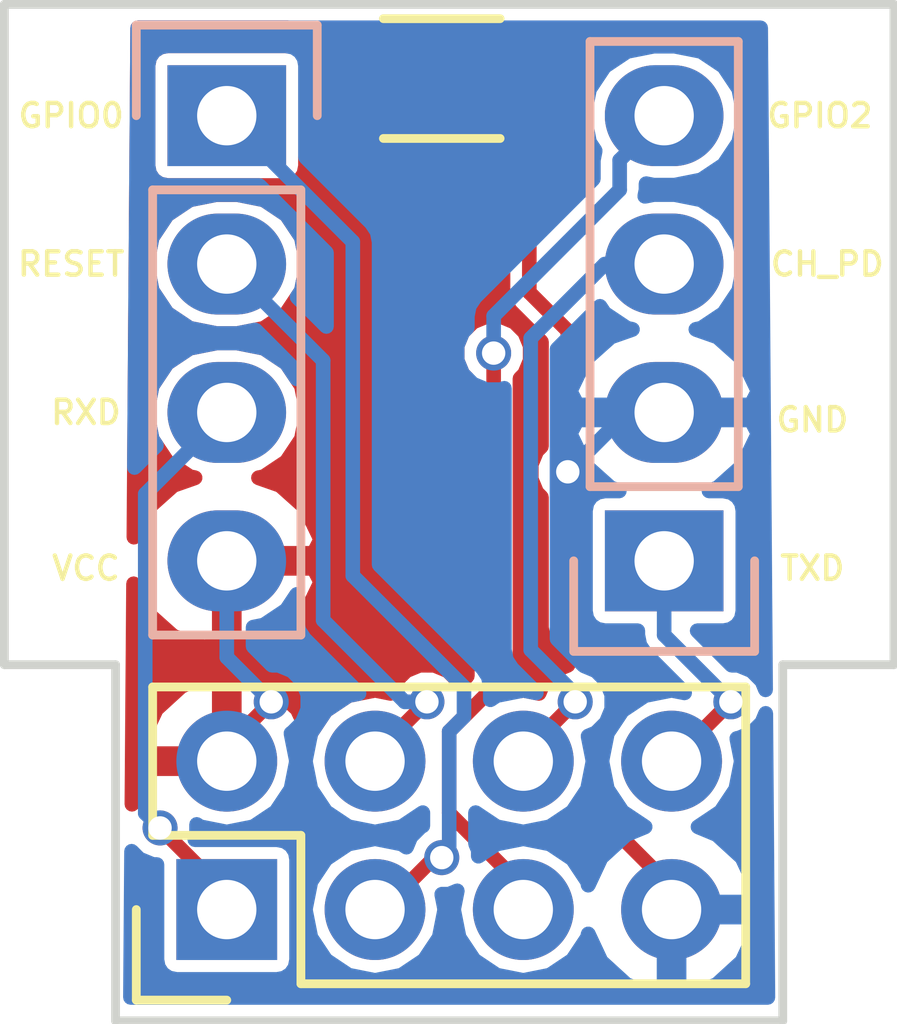
<source format=kicad_pcb>
(kicad_pcb (version 4) (host pcbnew 4.0.2-stable)

  (general
    (links 10)
    (no_connects 0)
    (area 129.464999 105.207999 144.855001 122.757001)
    (thickness 1.6)
    (drawings 17)
    (tracks 78)
    (zones 0)
    (modules 4)
    (nets 9)
  )

  (page A4)
  (layers
    (0 F.Cu signal)
    (31 B.Cu signal)
    (32 B.Adhes user)
    (33 F.Adhes user)
    (34 B.Paste user)
    (35 F.Paste user)
    (36 B.SilkS user)
    (37 F.SilkS user)
    (38 B.Mask user)
    (39 F.Mask user)
    (40 Dwgs.User user)
    (41 Cmts.User user)
    (42 Eco1.User user)
    (43 Eco2.User user)
    (44 Edge.Cuts user)
    (45 Margin user)
    (46 B.CrtYd user)
    (47 F.CrtYd user)
    (48 B.Fab user)
    (49 F.Fab user)
  )

  (setup
    (last_trace_width 0.25)
    (trace_clearance 0.2)
    (zone_clearance 0.2)
    (zone_45_only no)
    (trace_min 0.2)
    (segment_width 0.2)
    (edge_width 0.15)
    (via_size 0.6)
    (via_drill 0.4)
    (via_min_size 0.4)
    (via_min_drill 0.3)
    (uvia_size 0.3)
    (uvia_drill 0.1)
    (uvias_allowed no)
    (uvia_min_size 0.2)
    (uvia_min_drill 0.1)
    (pcb_text_width 0.3)
    (pcb_text_size 1.5 1.5)
    (mod_edge_width 0.15)
    (mod_text_size 1 1)
    (mod_text_width 0.15)
    (pad_size 1.524 1.524)
    (pad_drill 0.762)
    (pad_to_mask_clearance 0.2)
    (aux_axis_origin 0 0)
    (visible_elements 7FFFFFFF)
    (pcbplotparams
      (layerselection 0x00030_80000001)
      (usegerberextensions false)
      (excludeedgelayer true)
      (linewidth 0.100000)
      (plotframeref false)
      (viasonmask false)
      (mode 1)
      (useauxorigin false)
      (hpglpennumber 1)
      (hpglpenspeed 20)
      (hpglpendiameter 15)
      (hpglpenoverlay 2)
      (psnegative false)
      (psa4output false)
      (plotreference true)
      (plotvalue true)
      (plotinvisibletext false)
      (padsonsilk false)
      (subtractmaskfromsilk false)
      (outputformat 1)
      (mirror false)
      (drillshape 1)
      (scaleselection 1)
      (outputdirectory ""))
  )

  (net 0 "")
  (net 1 RXD)
  (net 2 VCC)
  (net 3 GPIO0)
  (net 4 RESET)
  (net 5 GPIO2)
  (net 6 CH_PD)
  (net 7 GND)
  (net 8 TXD)

  (net_class Default "This is the default net class."
    (clearance 0.2)
    (trace_width 0.25)
    (via_dia 0.6)
    (via_drill 0.4)
    (uvia_dia 0.3)
    (uvia_drill 0.1)
    (add_net CH_PD)
    (add_net GND)
    (add_net GPIO0)
    (add_net GPIO2)
    (add_net RESET)
    (add_net RXD)
    (add_net TXD)
    (add_net VCC)
  )

  (module Pin_Headers:Pin_Header_Straight_2x04 (layer F.Cu) (tedit 58614667) (tstamp 585F8BE8)
    (at 133.35 120.777 90)
    (descr "Through hole pin header")
    (tags "pin header")
    (path /585E6580)
    (fp_text reference P1 (at -5.334 -2.032 180) (layer F.SilkS) hide
      (effects (font (size 1 1) (thickness 0.15)))
    )
    (fp_text value CONN_02X04 (at -3.81 1.905 180) (layer F.Fab) hide
      (effects (font (size 1 1) (thickness 0.15)))
    )
    (fp_line (start -1.75 -1.75) (end -1.75 9.4) (layer F.CrtYd) (width 0.05))
    (fp_line (start 4.3 -1.75) (end 4.3 9.4) (layer F.CrtYd) (width 0.05))
    (fp_line (start -1.75 -1.75) (end 4.3 -1.75) (layer F.CrtYd) (width 0.05))
    (fp_line (start -1.75 9.4) (end 4.3 9.4) (layer F.CrtYd) (width 0.05))
    (fp_line (start -1.27 1.27) (end -1.27 8.89) (layer F.SilkS) (width 0.15))
    (fp_line (start -1.27 8.89) (end 3.81 8.89) (layer F.SilkS) (width 0.15))
    (fp_line (start 3.81 8.89) (end 3.81 -1.27) (layer F.SilkS) (width 0.15))
    (fp_line (start 3.81 -1.27) (end 1.27 -1.27) (layer F.SilkS) (width 0.15))
    (fp_line (start 0 -1.55) (end -1.55 -1.55) (layer F.SilkS) (width 0.15))
    (fp_line (start 1.27 -1.27) (end 1.27 1.27) (layer F.SilkS) (width 0.15))
    (fp_line (start 1.27 1.27) (end -1.27 1.27) (layer F.SilkS) (width 0.15))
    (fp_line (start -1.55 -1.55) (end -1.55 0) (layer F.SilkS) (width 0.15))
    (pad 1 thru_hole rect (at 0 0 90) (size 1.7272 1.7272) (drill 1.016) (layers *.Cu *.Mask)
      (net 1 RXD))
    (pad 2 thru_hole oval (at 2.54 0 90) (size 1.7272 1.7272) (drill 1.016) (layers *.Cu *.Mask)
      (net 2 VCC))
    (pad 3 thru_hole oval (at 0 2.54 90) (size 1.7272 1.7272) (drill 1.016) (layers *.Cu *.Mask)
      (net 3 GPIO0))
    (pad 4 thru_hole oval (at 2.54 2.54 90) (size 1.7272 1.7272) (drill 1.016) (layers *.Cu *.Mask)
      (net 4 RESET))
    (pad 5 thru_hole oval (at 0 5.08 90) (size 1.7272 1.7272) (drill 1.016) (layers *.Cu *.Mask)
      (net 5 GPIO2))
    (pad 6 thru_hole oval (at 2.54 5.08 90) (size 1.7272 1.7272) (drill 1.016) (layers *.Cu *.Mask)
      (net 6 CH_PD))
    (pad 7 thru_hole oval (at 0 7.62 90) (size 1.7272 1.7272) (drill 1.016) (layers *.Cu *.Mask)
      (net 7 GND))
    (pad 8 thru_hole oval (at 2.54 7.62 90) (size 1.7272 1.7272) (drill 1.016) (layers *.Cu *.Mask)
      (net 8 TXD))
    (model Pin_Headers.3dshapes/Pin_Header_Straight_2x04.wrl
      (at (xyz 0.05 -0.15 0))
      (scale (xyz 1 1 1))
      (rotate (xyz 0 0 90))
    )
  )

  (module Pin_Headers:Pin_Header_Straight_1x04 (layer B.Cu) (tedit 58614509) (tstamp 585F8BF0)
    (at 133.35 107.188 180)
    (descr "Through hole pin header")
    (tags "pin header")
    (path /585F9D14)
    (fp_text reference P2 (at 7.112 0.254 270) (layer B.SilkS) hide
      (effects (font (size 1 1) (thickness 0.15)) (justify mirror))
    )
    (fp_text value CONN_01X04 (at 5.715 -3.556 270) (layer B.Fab) hide
      (effects (font (size 1 1) (thickness 0.15)) (justify mirror))
    )
    (fp_line (start -1.75 1.75) (end -1.75 -9.4) (layer B.CrtYd) (width 0.05))
    (fp_line (start 1.75 1.75) (end 1.75 -9.4) (layer B.CrtYd) (width 0.05))
    (fp_line (start -1.75 1.75) (end 1.75 1.75) (layer B.CrtYd) (width 0.05))
    (fp_line (start -1.75 -9.4) (end 1.75 -9.4) (layer B.CrtYd) (width 0.05))
    (fp_line (start -1.27 -1.27) (end -1.27 -8.89) (layer B.SilkS) (width 0.15))
    (fp_line (start 1.27 -1.27) (end 1.27 -8.89) (layer B.SilkS) (width 0.15))
    (fp_line (start 1.55 1.55) (end 1.55 0) (layer B.SilkS) (width 0.15))
    (fp_line (start -1.27 -8.89) (end 1.27 -8.89) (layer B.SilkS) (width 0.15))
    (fp_line (start 1.27 -1.27) (end -1.27 -1.27) (layer B.SilkS) (width 0.15))
    (fp_line (start -1.55 0) (end -1.55 1.55) (layer B.SilkS) (width 0.15))
    (fp_line (start -1.55 1.55) (end 1.55 1.55) (layer B.SilkS) (width 0.15))
    (pad 1 thru_hole rect (at 0 0 180) (size 2.032 1.7272) (drill 1.016) (layers *.Cu *.Mask)
      (net 3 GPIO0))
    (pad 2 thru_hole oval (at 0 -2.54 180) (size 2.032 1.7272) (drill 1.016) (layers *.Cu *.Mask)
      (net 4 RESET))
    (pad 3 thru_hole oval (at 0 -5.08 180) (size 2.032 1.7272) (drill 1.016) (layers *.Cu *.Mask)
      (net 1 RXD))
    (pad 4 thru_hole oval (at 0 -7.62 180) (size 2.032 1.7272) (drill 1.016) (layers *.Cu *.Mask)
      (net 2 VCC))
    (model Pin_Headers.3dshapes/Pin_Header_Straight_1x04.wrl
      (at (xyz 0 -0.15 0))
      (scale (xyz 1 1 1))
      (rotate (xyz 0 0 90))
    )
  )

  (module Pin_Headers:Pin_Header_Straight_1x04 (layer B.Cu) (tedit 58614510) (tstamp 585F8BF8)
    (at 140.843 114.808)
    (descr "Through hole pin header")
    (tags "pin header")
    (path /585F9D0E)
    (fp_text reference P3 (at 8.001 -7.112 90) (layer B.SilkS) hide
      (effects (font (size 1 1) (thickness 0.15)) (justify mirror))
    )
    (fp_text value CONN_01X04 (at 6.35 -3.175 90) (layer B.Fab) hide
      (effects (font (size 1 1) (thickness 0.15)) (justify mirror))
    )
    (fp_line (start -1.75 1.75) (end -1.75 -9.4) (layer B.CrtYd) (width 0.05))
    (fp_line (start 1.75 1.75) (end 1.75 -9.4) (layer B.CrtYd) (width 0.05))
    (fp_line (start -1.75 1.75) (end 1.75 1.75) (layer B.CrtYd) (width 0.05))
    (fp_line (start -1.75 -9.4) (end 1.75 -9.4) (layer B.CrtYd) (width 0.05))
    (fp_line (start -1.27 -1.27) (end -1.27 -8.89) (layer B.SilkS) (width 0.15))
    (fp_line (start 1.27 -1.27) (end 1.27 -8.89) (layer B.SilkS) (width 0.15))
    (fp_line (start 1.55 1.55) (end 1.55 0) (layer B.SilkS) (width 0.15))
    (fp_line (start -1.27 -8.89) (end 1.27 -8.89) (layer B.SilkS) (width 0.15))
    (fp_line (start 1.27 -1.27) (end -1.27 -1.27) (layer B.SilkS) (width 0.15))
    (fp_line (start -1.55 0) (end -1.55 1.55) (layer B.SilkS) (width 0.15))
    (fp_line (start -1.55 1.55) (end 1.55 1.55) (layer B.SilkS) (width 0.15))
    (pad 1 thru_hole rect (at 0 0) (size 2.032 1.7272) (drill 1.016) (layers *.Cu *.Mask)
      (net 8 TXD))
    (pad 2 thru_hole oval (at 0 -2.54) (size 2.032 1.7272) (drill 1.016) (layers *.Cu *.Mask)
      (net 7 GND))
    (pad 3 thru_hole oval (at 0 -5.08) (size 2.032 1.7272) (drill 1.016) (layers *.Cu *.Mask)
      (net 6 CH_PD))
    (pad 4 thru_hole oval (at 0 -7.62) (size 2.032 1.7272) (drill 1.016) (layers *.Cu *.Mask)
      (net 5 GPIO2))
    (model Pin_Headers.3dshapes/Pin_Header_Straight_1x04.wrl
      (at (xyz 0 -0.15 0))
      (scale (xyz 1 1 1))
      (rotate (xyz 0 0 90))
    )
  )

  (module Capacitors_SMD:C_1206 (layer F.Cu) (tedit 5861465F) (tstamp 585F9D0E)
    (at 137.033 106.553)
    (descr "Capacitor SMD 1206, reflow soldering, AVX (see smccp.pdf)")
    (tags "capacitor 1206")
    (path /585F8F92)
    (attr smd)
    (fp_text reference C1 (at -1.651 -3.937) (layer F.SilkS) hide
      (effects (font (size 1 1) (thickness 0.15)))
    )
    (fp_text value 100u (at -0.635 -2.794) (layer F.Fab) hide
      (effects (font (size 1 1) (thickness 0.15)))
    )
    (fp_line (start -1.6 0.8) (end -1.6 -0.8) (layer F.Fab) (width 0.15))
    (fp_line (start 1.6 0.8) (end -1.6 0.8) (layer F.Fab) (width 0.15))
    (fp_line (start 1.6 -0.8) (end 1.6 0.8) (layer F.Fab) (width 0.15))
    (fp_line (start -1.6 -0.8) (end 1.6 -0.8) (layer F.Fab) (width 0.15))
    (fp_line (start -2.3 -1.15) (end 2.3 -1.15) (layer F.CrtYd) (width 0.05))
    (fp_line (start -2.3 1.15) (end 2.3 1.15) (layer F.CrtYd) (width 0.05))
    (fp_line (start -2.3 -1.15) (end -2.3 1.15) (layer F.CrtYd) (width 0.05))
    (fp_line (start 2.3 -1.15) (end 2.3 1.15) (layer F.CrtYd) (width 0.05))
    (fp_line (start 1 -1.025) (end -1 -1.025) (layer F.SilkS) (width 0.15))
    (fp_line (start -1 1.025) (end 1 1.025) (layer F.SilkS) (width 0.15))
    (pad 1 smd rect (at -1.5 0) (size 1 1.6) (layers F.Cu F.Paste F.Mask)
      (net 2 VCC))
    (pad 2 smd rect (at 1.5 0) (size 1 1.6) (layers F.Cu F.Paste F.Mask)
      (net 7 GND))
    (model Capacitors_SMD.3dshapes/C_1206.wrl
      (at (xyz 0 0 0))
      (scale (xyz 1 1 1))
      (rotate (xyz 0 0 0))
    )
  )

  (gr_line (start 129.54 105.283) (end 131.572 105.283) (angle 90) (layer Edge.Cuts) (width 0.15))
  (gr_line (start 129.54 116.586) (end 129.54 105.283) (angle 90) (layer Edge.Cuts) (width 0.15))
  (gr_line (start 131.445 116.586) (end 129.54 116.586) (angle 90) (layer Edge.Cuts) (width 0.15))
  (gr_line (start 131.445 122.682) (end 131.445 116.586) (angle 90) (layer Edge.Cuts) (width 0.15))
  (gr_line (start 142.875 122.682) (end 131.445 122.682) (angle 90) (layer Edge.Cuts) (width 0.15))
  (gr_line (start 142.875 116.586) (end 142.875 122.682) (angle 90) (layer Edge.Cuts) (width 0.15))
  (gr_text RESET (at 130.683 109.728) (layer F.SilkS)
    (effects (font (size 0.4 0.4) (thickness 0.075)))
  )
  (gr_line (start 144.78 116.586) (end 142.875 116.586) (angle 90) (layer Edge.Cuts) (width 0.15))
  (gr_line (start 144.78 105.283) (end 144.78 116.586) (angle 90) (layer Edge.Cuts) (width 0.15))
  (gr_line (start 131.572 105.283) (end 144.78 105.283) (angle 90) (layer Edge.Cuts) (width 0.15))
  (gr_text "GPIO0\n" (at 130.683 107.188) (layer F.SilkS)
    (effects (font (size 0.4 0.4) (thickness 0.075)))
  )
  (gr_text "RXD\n" (at 130.937 112.268) (layer F.SilkS)
    (effects (font (size 0.4 0.4) (thickness 0.075)))
  )
  (gr_text "VCC\n" (at 130.937 114.935) (layer F.SilkS)
    (effects (font (size 0.4 0.4) (thickness 0.075)))
  )
  (gr_text TXD (at 143.383 114.935) (layer F.SilkS)
    (effects (font (size 0.4 0.4) (thickness 0.075)))
  )
  (gr_text GND (at 143.383 112.395) (layer F.SilkS)
    (effects (font (size 0.4 0.4) (thickness 0.075)))
  )
  (gr_text CH_PD (at 143.637 109.728) (layer F.SilkS)
    (effects (font (size 0.4 0.4) (thickness 0.075)))
  )
  (gr_text "GPIO2\n" (at 143.51 107.188) (layer F.SilkS)
    (effects (font (size 0.4 0.4) (thickness 0.075)))
  )

  (segment (start 133.35 120.777) (end 133.35 120.523) (width 0.25) (layer F.Cu) (net 1))
  (segment (start 133.35 120.523) (end 132.207 119.38) (width 0.25) (layer F.Cu) (net 1) (tstamp 58611FA2))
  (segment (start 131.953 113.665) (end 133.35 112.268) (width 0.25) (layer B.Cu) (net 1) (tstamp 58611FBA))
  (segment (start 131.953 119.126) (end 131.953 113.665) (width 0.25) (layer B.Cu) (net 1) (tstamp 58611FB5))
  (segment (start 132.207 119.38) (end 131.953 119.126) (width 0.25) (layer B.Cu) (net 1) (tstamp 58611FB4))
  (via (at 132.207 119.38) (size 0.6) (drill 0.4) (layers F.Cu B.Cu) (net 1))
  (segment (start 133.731 112.268) (end 133.35 112.268) (width 0.25) (layer F.Cu) (net 1) (tstamp 585F9E23))
  (segment (start 133.35 120.777) (end 133.35 120.396) (width 0.25) (layer F.Cu) (net 1))
  (segment (start 133.35 120.777) (end 133.35 120.269) (width 0.25) (layer F.Cu) (net 1))
  (segment (start 134.112 117.221) (end 136.144 115.189) (width 0.25) (layer F.Cu) (net 2))
  (segment (start 135.533 107.847) (end 135.533 106.553) (width 0.25) (layer F.Cu) (net 2) (tstamp 5861216D))
  (segment (start 136.144 108.458) (end 135.533 107.847) (width 0.25) (layer F.Cu) (net 2) (tstamp 5861216B))
  (segment (start 136.144 115.189) (end 136.144 108.458) (width 0.25) (layer F.Cu) (net 2) (tstamp 58612168))
  (segment (start 133.35 118.237) (end 133.35 117.983) (width 0.25) (layer F.Cu) (net 2))
  (segment (start 133.35 117.983) (end 134.112 117.221) (width 0.25) (layer F.Cu) (net 2) (tstamp 58611EDF))
  (via (at 134.112 117.221) (size 0.6) (drill 0.4) (layers F.Cu B.Cu) (net 2))
  (segment (start 134.112 117.221) (end 133.35 116.459) (width 0.25) (layer B.Cu) (net 2) (tstamp 58611EE6))
  (segment (start 133.35 116.459) (end 133.35 114.808) (width 0.25) (layer B.Cu) (net 2) (tstamp 58611EE7))
  (segment (start 135.89 120.777) (end 135.89 120.396) (width 0.25) (layer B.Cu) (net 3))
  (segment (start 135.89 120.777) (end 136.017 120.777) (width 0.25) (layer F.Cu) (net 3))
  (segment (start 136.017 120.777) (end 136.906 119.888) (width 0.25) (layer F.Cu) (net 3) (tstamp 58611FC9))
  (segment (start 135.509 109.347) (end 133.35 107.188) (width 0.25) (layer B.Cu) (net 3) (tstamp 58611FFC))
  (segment (start 135.509 115.062) (end 135.509 109.347) (width 0.25) (layer B.Cu) (net 3) (tstamp 58611FF6))
  (segment (start 137.414 116.967) (end 135.509 115.062) (width 0.25) (layer B.Cu) (net 3) (tstamp 58611FEE))
  (segment (start 137.414 117.475) (end 137.414 116.967) (width 0.25) (layer B.Cu) (net 3) (tstamp 58611FEA))
  (segment (start 137.16 117.729) (end 137.414 117.475) (width 0.25) (layer B.Cu) (net 3) (tstamp 58611FE9))
  (segment (start 137.16 119.761) (end 137.16 117.729) (width 0.25) (layer B.Cu) (net 3) (tstamp 58611FD0))
  (segment (start 137.033 119.888) (end 137.16 119.761) (width 0.25) (layer B.Cu) (net 3) (tstamp 58611FCF))
  (via (at 137.033 119.888) (size 0.6) (drill 0.4) (layers F.Cu B.Cu) (net 3))
  (segment (start 136.906 119.888) (end 137.033 119.888) (width 0.25) (layer F.Cu) (net 3) (tstamp 58611FCC))
  (segment (start 136.779 117.221) (end 136.398 117.221) (width 0.25) (layer B.Cu) (net 4))
  (via (at 136.779 117.221) (size 0.6) (drill 0.4) (layers F.Cu B.Cu) (net 4))
  (segment (start 135.89 118.11) (end 136.779 117.221) (width 0.25) (layer F.Cu) (net 4) (tstamp 58611EF3))
  (segment (start 135.001 111.379) (end 133.35 109.728) (width 0.25) (layer B.Cu) (net 4) (tstamp 58611F72))
  (segment (start 135.001 115.824) (end 135.001 111.379) (width 0.25) (layer B.Cu) (net 4) (tstamp 58611F6E))
  (segment (start 136.398 117.221) (end 135.001 115.824) (width 0.25) (layer B.Cu) (net 4) (tstamp 58611F69))
  (segment (start 135.89 118.237) (end 135.89 118.11) (width 0.25) (layer F.Cu) (net 4))
  (segment (start 133.35 109.855) (end 133.35 109.728) (width 0.25) (layer F.Cu) (net 4) (tstamp 58611AF6))
  (segment (start 135.89 118.237) (end 135.89 118.040998) (width 0.25) (layer F.Cu) (net 4))
  (segment (start 138.43 120.396) (end 137.16 119.126) (width 0.25) (layer F.Cu) (net 5) (tstamp 58612112))
  (segment (start 137.16 119.126) (end 137.16 117.729) (width 0.25) (layer F.Cu) (net 5) (tstamp 58612118))
  (segment (start 137.16 117.729) (end 137.922 116.967) (width 0.25) (layer F.Cu) (net 5) (tstamp 5861211C))
  (segment (start 137.922 116.967) (end 137.922 111.252) (width 0.25) (layer F.Cu) (net 5) (tstamp 58612122))
  (via (at 137.922 111.252) (size 0.6) (drill 0.4) (layers F.Cu B.Cu) (net 5))
  (segment (start 137.922 111.252) (end 137.922 110.617) (width 0.25) (layer B.Cu) (net 5) (tstamp 5861212C))
  (segment (start 137.922 110.617) (end 140.081 108.458) (width 0.25) (layer B.Cu) (net 5) (tstamp 5861212D))
  (segment (start 140.081 108.458) (end 140.081 107.95) (width 0.25) (layer B.Cu) (net 5) (tstamp 5861212E))
  (segment (start 140.081 107.95) (end 140.843 107.188) (width 0.25) (layer B.Cu) (net 5) (tstamp 58612139))
  (segment (start 138.43 120.777) (end 138.43 120.396) (width 0.25) (layer F.Cu) (net 5))
  (segment (start 138.43 120.777) (end 138.43 120.269) (width 0.25) (layer F.Cu) (net 5))
  (segment (start 139.319 117.221) (end 139.319 117.094) (width 0.25) (layer B.Cu) (net 6))
  (via (at 139.319 117.221) (size 0.6) (drill 0.4) (layers F.Cu B.Cu) (net 6))
  (segment (start 138.43 118.11) (end 139.319 117.221) (width 0.25) (layer F.Cu) (net 6) (tstamp 58611F08))
  (segment (start 138.557 110.998) (end 139.827 109.728) (width 0.25) (layer B.Cu) (net 6) (tstamp 58611F81))
  (segment (start 138.557 116.332) (end 138.557 110.998) (width 0.25) (layer B.Cu) (net 6) (tstamp 58611F7F))
  (segment (start 139.319 117.094) (end 138.557 116.332) (width 0.25) (layer B.Cu) (net 6) (tstamp 58611F79))
  (segment (start 139.827 109.728) (end 140.843 109.728) (width 0.25) (layer B.Cu) (net 6) (tstamp 58611F82))
  (segment (start 138.43 118.237) (end 138.43 118.11) (width 0.25) (layer F.Cu) (net 6))
  (segment (start 138.533 106.553) (end 138.533 110.212) (width 0.25) (layer F.Cu) (net 7))
  (segment (start 139.192 110.871) (end 139.192 113.284) (width 0.25) (layer F.Cu) (net 7) (tstamp 5861215E))
  (segment (start 138.533 110.212) (end 139.192 110.871) (width 0.25) (layer F.Cu) (net 7) (tstamp 58612158))
  (segment (start 140.97 120.777) (end 140.97 120.396) (width 0.25) (layer F.Cu) (net 7))
  (segment (start 140.97 120.396) (end 139.7 119.126) (width 0.25) (layer F.Cu) (net 7) (tstamp 58612048))
  (segment (start 139.7 119.126) (end 139.7 117.729) (width 0.25) (layer F.Cu) (net 7) (tstamp 58612057))
  (segment (start 139.7 117.729) (end 139.954 117.475) (width 0.25) (layer F.Cu) (net 7) (tstamp 5861205B))
  (segment (start 139.954 117.475) (end 139.954 116.713) (width 0.25) (layer F.Cu) (net 7) (tstamp 58612066))
  (segment (start 139.954 116.713) (end 139.192 115.951) (width 0.25) (layer F.Cu) (net 7) (tstamp 58612069))
  (segment (start 139.192 115.951) (end 139.192 113.284) (width 0.25) (layer F.Cu) (net 7) (tstamp 5861206B))
  (segment (start 139.192 113.284) (end 140.208 112.268) (width 0.25) (layer B.Cu) (net 7) (tstamp 58612074))
  (via (at 139.192 113.284) (size 0.6) (drill 0.4) (layers F.Cu B.Cu) (net 7))
  (segment (start 140.208 112.268) (end 140.843 112.268) (width 0.25) (layer B.Cu) (net 7) (tstamp 58612075))
  (segment (start 140.97 120.777) (end 140.97 120.65) (width 0.25) (layer F.Cu) (net 7))
  (segment (start 138.533 106.553) (end 138.533 107.339) (width 0.25) (layer F.Cu) (net 7))
  (segment (start 140.97 118.237) (end 141.986 117.221) (width 0.25) (layer F.Cu) (net 8))
  (segment (start 140.843 116.078) (end 140.843 114.808) (width 0.25) (layer B.Cu) (net 8) (tstamp 58611F90))
  (segment (start 141.986 117.221) (end 140.843 116.078) (width 0.25) (layer B.Cu) (net 8) (tstamp 58611F8F))
  (via (at 141.986 117.221) (size 0.6) (drill 0.4) (layers F.Cu B.Cu) (net 8))
  (segment (start 140.97 114.935) (end 140.843 114.808) (width 0.25) (layer F.Cu) (net 8) (tstamp 585F9D94))

  (zone (net 2) (net_name VCC) (layer F.Cu) (tstamp 5861455F) (hatch edge 0.508)
    (connect_pads (clearance 0.2))
    (min_thickness 0.254)
    (fill yes (arc_segments 16) (thermal_gap 0.508) (thermal_bridge_width 0.508))
    (polygon
      (pts
        (xy 131.699 105.537) (xy 142.621 105.537) (xy 142.748 122.555) (xy 131.572 122.555) (xy 131.699 105.537)
      )
    )
    (filled_polygon
      (pts
        (xy 134.398 105.997474) (xy 134.366 105.990994) (xy 132.334 105.990994) (xy 132.212821 106.013795) (xy 132.101526 106.085412)
        (xy 132.026862 106.194686) (xy 132.000594 106.3244) (xy 132.000594 108.0516) (xy 132.023395 108.172779) (xy 132.095012 108.284074)
        (xy 132.204286 108.358738) (xy 132.334 108.385006) (xy 134.366 108.385006) (xy 134.487179 108.362205) (xy 134.598474 108.290588)
        (xy 134.673138 108.181314) (xy 134.699406 108.0516) (xy 134.699406 107.90214) (xy 134.906691 107.988) (xy 135.24725 107.988)
        (xy 135.406 107.82925) (xy 135.406 106.68) (xy 135.66 106.68) (xy 135.66 107.82925) (xy 135.81875 107.988)
        (xy 136.159309 107.988) (xy 136.392698 107.891327) (xy 136.571327 107.712699) (xy 136.668 107.47931) (xy 136.668 106.83875)
        (xy 136.50925 106.68) (xy 135.66 106.68) (xy 135.406 106.68) (xy 135.386 106.68) (xy 135.386 106.426)
        (xy 135.406 106.426) (xy 135.406 106.406) (xy 135.66 106.406) (xy 135.66 106.426) (xy 136.50925 106.426)
        (xy 136.668 106.26725) (xy 136.668 105.685) (xy 137.713364 105.685) (xy 137.699594 105.753) (xy 137.699594 107.353)
        (xy 137.722395 107.474179) (xy 137.794012 107.585474) (xy 137.903286 107.660138) (xy 138.033 107.686406) (xy 138.081 107.686406)
        (xy 138.081 110.212) (xy 138.115406 110.384973) (xy 138.213388 110.531612) (xy 138.74 111.058224) (xy 138.74 112.849272)
        (xy 138.660765 112.928369) (xy 138.565109 113.158735) (xy 138.564891 113.408171) (xy 138.660145 113.638703) (xy 138.74 113.718698)
        (xy 138.74 115.951) (xy 138.774406 116.123973) (xy 138.872388 116.270612) (xy 139.195668 116.593892) (xy 139.194829 116.593891)
        (xy 138.964297 116.689145) (xy 138.787765 116.865369) (xy 138.699981 117.076777) (xy 138.43 117.023075) (xy 138.36008 117.036983)
        (xy 138.374 116.967) (xy 138.374 111.686728) (xy 138.453235 111.607631) (xy 138.548891 111.377265) (xy 138.549109 111.127829)
        (xy 138.453855 110.897297) (xy 138.277631 110.720765) (xy 138.047265 110.625109) (xy 137.797829 110.624891) (xy 137.567297 110.720145)
        (xy 137.390765 110.896369) (xy 137.295109 111.126735) (xy 137.294891 111.376171) (xy 137.390145 111.606703) (xy 137.47 111.686698)
        (xy 137.47 116.779776) (xy 137.332089 116.917687) (xy 137.310855 116.866297) (xy 137.134631 116.689765) (xy 136.904265 116.594109)
        (xy 136.654829 116.593891) (xy 136.424297 116.689145) (xy 136.247765 116.865369) (xy 136.159981 117.076777) (xy 135.89 117.023075)
        (xy 135.434377 117.113704) (xy 135.048119 117.371794) (xy 134.790029 117.758052) (xy 134.777734 117.819864) (xy 134.556821 117.34851)
        (xy 134.124947 116.954312) (xy 133.709026 116.782042) (xy 133.477 116.903183) (xy 133.477 118.11) (xy 133.497 118.11)
        (xy 133.497 118.364) (xy 133.477 118.364) (xy 133.477 118.384) (xy 133.223 118.384) (xy 133.223 118.364)
        (xy 132.015531 118.364) (xy 131.895032 118.596027) (xy 131.987091 118.792449) (xy 131.852297 118.848145) (xy 131.725723 118.974498)
        (xy 131.733905 117.877973) (xy 131.895032 117.877973) (xy 132.015531 118.11) (xy 133.223 118.11) (xy 133.223 116.903183)
        (xy 132.990974 116.782042) (xy 132.575053 116.954312) (xy 132.143179 117.34851) (xy 131.895032 117.877973) (xy 131.733905 117.877973)
        (xy 131.753886 115.200635) (xy 131.999268 115.710036) (xy 132.43568 116.099954) (xy 132.988087 116.293184) (xy 133.223 116.148924)
        (xy 133.223 114.935) (xy 133.477 114.935) (xy 133.477 116.148924) (xy 133.711913 116.293184) (xy 134.26432 116.099954)
        (xy 134.700732 115.710036) (xy 134.954709 115.182791) (xy 134.957358 115.167026) (xy 134.836217 114.935) (xy 133.477 114.935)
        (xy 133.223 114.935) (xy 133.203 114.935) (xy 133.203 114.681) (xy 133.223 114.681) (xy 133.223 114.661)
        (xy 133.477 114.661) (xy 133.477 114.681) (xy 134.836217 114.681) (xy 134.957358 114.448974) (xy 134.954709 114.433209)
        (xy 134.700732 113.905964) (xy 134.26432 113.516046) (xy 133.892961 113.386146) (xy 133.984334 113.367971) (xy 134.370592 113.109881)
        (xy 134.628682 112.723623) (xy 134.719311 112.268) (xy 134.628682 111.812377) (xy 134.370592 111.426119) (xy 133.984334 111.168029)
        (xy 133.528711 111.0774) (xy 133.171289 111.0774) (xy 132.715666 111.168029) (xy 132.329408 111.426119) (xy 132.071318 111.812377)
        (xy 131.980689 112.268) (xy 132.071318 112.723623) (xy 132.329408 113.109881) (xy 132.715666 113.367971) (xy 132.807039 113.386146)
        (xy 132.43568 113.516046) (xy 131.999268 113.905964) (xy 131.759839 114.403008) (xy 131.794726 109.728) (xy 131.980689 109.728)
        (xy 132.071318 110.183623) (xy 132.329408 110.569881) (xy 132.715666 110.827971) (xy 133.171289 110.9186) (xy 133.528711 110.9186)
        (xy 133.984334 110.827971) (xy 134.370592 110.569881) (xy 134.628682 110.183623) (xy 134.719311 109.728) (xy 134.628682 109.272377)
        (xy 134.370592 108.886119) (xy 133.984334 108.628029) (xy 133.528711 108.5374) (xy 133.171289 108.5374) (xy 132.715666 108.628029)
        (xy 132.329408 108.886119) (xy 132.071318 109.272377) (xy 131.980689 109.728) (xy 131.794726 109.728) (xy 131.824898 105.685)
        (xy 134.398 105.685)
      )
    )
  )
  (zone (net 7) (net_name GND) (layer B.Cu) (tstamp 586145B2) (hatch edge 0.508)
    (connect_pads (clearance 0.2))
    (min_thickness 0.254)
    (fill yes (arc_segments 16) (thermal_gap 0.508) (thermal_bridge_width 0.508))
    (polygon
      (pts
        (xy 131.699 105.537) (xy 142.621 105.537) (xy 142.748 122.555) (xy 131.572 122.555) (xy 131.699 105.537)
      )
    )
    (filled_polygon
      (pts
        (xy 134.549 115.824) (xy 134.583406 115.996973) (xy 134.681388 116.143612) (xy 135.61546 117.077684) (xy 135.434377 117.113704)
        (xy 135.048119 117.371794) (xy 134.790029 117.758052) (xy 134.6994 118.213675) (xy 134.6994 118.260325) (xy 134.790029 118.715948)
        (xy 135.048119 119.102206) (xy 135.434377 119.360296) (xy 135.89 119.450925) (xy 136.345623 119.360296) (xy 136.708 119.118163)
        (xy 136.708 119.343872) (xy 136.678297 119.356145) (xy 136.501765 119.532369) (xy 136.428412 119.709022) (xy 136.345623 119.653704)
        (xy 135.89 119.563075) (xy 135.434377 119.653704) (xy 135.048119 119.911794) (xy 134.790029 120.298052) (xy 134.6994 120.753675)
        (xy 134.6994 120.800325) (xy 134.790029 121.255948) (xy 135.048119 121.642206) (xy 135.434377 121.900296) (xy 135.89 121.990925)
        (xy 136.345623 121.900296) (xy 136.731881 121.642206) (xy 136.989971 121.255948) (xy 137.0806 120.800325) (xy 137.0806 120.753675)
        (xy 137.033125 120.515001) (xy 137.157171 120.515109) (xy 137.298467 120.456727) (xy 137.2394 120.753675) (xy 137.2394 120.800325)
        (xy 137.330029 121.255948) (xy 137.588119 121.642206) (xy 137.974377 121.900296) (xy 138.43 121.990925) (xy 138.885623 121.900296)
        (xy 139.271881 121.642206) (xy 139.529971 121.255948) (xy 139.542266 121.194136) (xy 139.763179 121.66549) (xy 140.195053 122.059688)
        (xy 140.610974 122.231958) (xy 140.843 122.110817) (xy 140.843 120.904) (xy 141.097 120.904) (xy 141.097 122.110817)
        (xy 141.329026 122.231958) (xy 141.744947 122.059688) (xy 142.176821 121.66549) (xy 142.424968 121.136027) (xy 142.304469 120.904)
        (xy 141.097 120.904) (xy 140.843 120.904) (xy 140.823 120.904) (xy 140.823 120.65) (xy 140.843 120.65)
        (xy 140.843 120.63) (xy 141.097 120.63) (xy 141.097 120.65) (xy 142.304469 120.65) (xy 142.424968 120.417973)
        (xy 142.176821 119.88851) (xy 141.744947 119.494312) (xy 141.42276 119.360866) (xy 141.425623 119.360296) (xy 141.811881 119.102206)
        (xy 142.069971 118.715948) (xy 142.1606 118.260325) (xy 142.1606 118.213675) (xy 142.087881 117.84809) (xy 142.110171 117.848109)
        (xy 142.340703 117.752855) (xy 142.517235 117.576631) (xy 142.582669 117.419048) (xy 142.618945 122.28) (xy 131.701055 122.28)
        (xy 131.719717 119.779353) (xy 131.851369 119.911235) (xy 132.081735 120.006891) (xy 132.152994 120.006953) (xy 132.152994 121.6406)
        (xy 132.175795 121.761779) (xy 132.247412 121.873074) (xy 132.356686 121.947738) (xy 132.4864 121.974006) (xy 134.2136 121.974006)
        (xy 134.334779 121.951205) (xy 134.446074 121.879588) (xy 134.520738 121.770314) (xy 134.547006 121.6406) (xy 134.547006 119.9134)
        (xy 134.524205 119.792221) (xy 134.452588 119.680926) (xy 134.343314 119.606262) (xy 134.2136 119.579994) (xy 132.802861 119.579994)
        (xy 132.833891 119.505265) (xy 132.834053 119.319989) (xy 132.894377 119.360296) (xy 133.35 119.450925) (xy 133.805623 119.360296)
        (xy 134.191881 119.102206) (xy 134.449971 118.715948) (xy 134.5406 118.260325) (xy 134.5406 118.213675) (xy 134.450287 117.759638)
        (xy 134.466703 117.752855) (xy 134.643235 117.576631) (xy 134.738891 117.346265) (xy 134.739109 117.096829) (xy 134.643855 116.866297)
        (xy 134.467631 116.689765) (xy 134.237265 116.594109) (xy 134.124234 116.59401) (xy 133.802 116.271776) (xy 133.802 115.944239)
        (xy 133.984334 115.907971) (xy 134.370592 115.649881) (xy 134.549 115.382875)
      )
    )
    (filled_polygon
      (pts
        (xy 142.57966 117.015877) (xy 142.517855 116.866297) (xy 142.341631 116.689765) (xy 142.111265 116.594109) (xy 141.998234 116.59401)
        (xy 141.40923 116.005006) (xy 141.859 116.005006) (xy 141.980179 115.982205) (xy 142.091474 115.910588) (xy 142.166138 115.801314)
        (xy 142.192406 115.6716) (xy 142.192406 113.9444) (xy 142.169605 113.823221) (xy 142.097988 113.711926) (xy 141.988714 113.637262)
        (xy 141.859 113.610994) (xy 141.611407 113.610994) (xy 141.75732 113.559954) (xy 142.193732 113.170036) (xy 142.447709 112.642791)
        (xy 142.450358 112.627026) (xy 142.329217 112.395) (xy 140.97 112.395) (xy 140.97 112.415) (xy 140.716 112.415)
        (xy 140.716 112.395) (xy 139.356783 112.395) (xy 139.235642 112.627026) (xy 139.238291 112.642791) (xy 139.492268 113.170036)
        (xy 139.92868 113.559954) (xy 140.074593 113.610994) (xy 139.827 113.610994) (xy 139.705821 113.633795) (xy 139.594526 113.705412)
        (xy 139.519862 113.814686) (xy 139.493594 113.9444) (xy 139.493594 115.6716) (xy 139.516395 115.792779) (xy 139.588012 115.904074)
        (xy 139.697286 115.978738) (xy 139.827 116.005006) (xy 140.391 116.005006) (xy 140.391 116.078) (xy 140.425406 116.250973)
        (xy 140.523388 116.397612) (xy 141.19326 117.067484) (xy 140.97 117.023075) (xy 140.514377 117.113704) (xy 140.128119 117.371794)
        (xy 139.870029 117.758052) (xy 139.7794 118.213675) (xy 139.7794 118.260325) (xy 139.870029 118.715948) (xy 140.128119 119.102206)
        (xy 140.514377 119.360296) (xy 140.51724 119.360866) (xy 140.195053 119.494312) (xy 139.763179 119.88851) (xy 139.542266 120.359864)
        (xy 139.529971 120.298052) (xy 139.271881 119.911794) (xy 138.885623 119.653704) (xy 138.43 119.563075) (xy 137.974377 119.653704)
        (xy 137.660022 119.86375) (xy 137.660109 119.763829) (xy 137.612 119.647396) (xy 137.612 119.118163) (xy 137.974377 119.360296)
        (xy 138.43 119.450925) (xy 138.885623 119.360296) (xy 139.271881 119.102206) (xy 139.529971 118.715948) (xy 139.6206 118.260325)
        (xy 139.6206 118.213675) (xy 139.539932 117.808128) (xy 139.673703 117.752855) (xy 139.850235 117.576631) (xy 139.945891 117.346265)
        (xy 139.946109 117.096829) (xy 139.850855 116.866297) (xy 139.674631 116.689765) (xy 139.468323 116.604099) (xy 139.009 116.144776)
        (xy 139.009 111.185224) (xy 139.743074 110.45115) (xy 139.822408 110.569881) (xy 140.208666 110.827971) (xy 140.300039 110.846146)
        (xy 139.92868 110.976046) (xy 139.492268 111.365964) (xy 139.238291 111.893209) (xy 139.235642 111.908974) (xy 139.356783 112.141)
        (xy 140.716 112.141) (xy 140.716 112.121) (xy 140.97 112.121) (xy 140.97 112.141) (xy 142.329217 112.141)
        (xy 142.450358 111.908974) (xy 142.447709 111.893209) (xy 142.193732 111.365964) (xy 141.75732 110.976046) (xy 141.385961 110.846146)
        (xy 141.477334 110.827971) (xy 141.863592 110.569881) (xy 142.121682 110.183623) (xy 142.212311 109.728) (xy 142.121682 109.272377)
        (xy 141.863592 108.886119) (xy 141.477334 108.628029) (xy 141.021711 108.5374) (xy 140.664289 108.5374) (xy 140.511147 108.567862)
        (xy 140.533 108.458) (xy 140.533 108.352485) (xy 140.664289 108.3786) (xy 141.021711 108.3786) (xy 141.477334 108.287971)
        (xy 141.863592 108.029881) (xy 142.121682 107.643623) (xy 142.212311 107.188) (xy 142.121682 106.732377) (xy 141.863592 106.346119)
        (xy 141.477334 106.088029) (xy 141.021711 105.9974) (xy 140.664289 105.9974) (xy 140.208666 106.088029) (xy 139.822408 106.346119)
        (xy 139.564318 106.732377) (xy 139.473689 107.188) (xy 139.564318 107.643623) (xy 139.661123 107.788502) (xy 139.629 107.95)
        (xy 139.629 108.270776) (xy 137.602388 110.297388) (xy 137.504406 110.444027) (xy 137.47 110.617) (xy 137.47 110.817272)
        (xy 137.390765 110.896369) (xy 137.295109 111.126735) (xy 137.294891 111.376171) (xy 137.390145 111.606703) (xy 137.566369 111.783235)
        (xy 137.796735 111.878891) (xy 138.046171 111.879109) (xy 138.105 111.854801) (xy 138.105 116.332) (xy 138.139406 116.504973)
        (xy 138.237388 116.651612) (xy 138.65326 117.067484) (xy 138.43 117.023075) (xy 137.974377 117.113704) (xy 137.866 117.186119)
        (xy 137.866 116.967) (xy 137.831594 116.794027) (xy 137.733612 116.647388) (xy 135.961 114.874776) (xy 135.961 109.347)
        (xy 135.926594 109.174027) (xy 135.828612 109.027388) (xy 134.699406 107.898182) (xy 134.699406 106.3244) (xy 134.676605 106.203221)
        (xy 134.604988 106.091926) (xy 134.495714 106.017262) (xy 134.366 105.990994) (xy 132.334 105.990994) (xy 132.212821 106.013795)
        (xy 132.101526 106.085412) (xy 132.026862 106.194686) (xy 132.000594 106.3244) (xy 132.000594 108.0516) (xy 132.023395 108.172779)
        (xy 132.095012 108.284074) (xy 132.204286 108.358738) (xy 132.334 108.385006) (xy 133.907782 108.385006) (xy 135.057 109.534224)
        (xy 135.057 110.795775) (xy 134.555048 110.293824) (xy 134.628682 110.183623) (xy 134.719311 109.728) (xy 134.628682 109.272377)
        (xy 134.370592 108.886119) (xy 133.984334 108.628029) (xy 133.528711 108.5374) (xy 133.171289 108.5374) (xy 132.715666 108.628029)
        (xy 132.329408 108.886119) (xy 132.071318 109.272377) (xy 131.980689 109.728) (xy 132.071318 110.183623) (xy 132.329408 110.569881)
        (xy 132.715666 110.827971) (xy 133.171289 110.9186) (xy 133.528711 110.9186) (xy 133.839547 110.856771) (xy 134.549 111.566225)
        (xy 134.549 111.693125) (xy 134.370592 111.426119) (xy 133.984334 111.168029) (xy 133.528711 111.0774) (xy 133.171289 111.0774)
        (xy 132.715666 111.168029) (xy 132.329408 111.426119) (xy 132.071318 111.812377) (xy 131.980689 112.268) (xy 132.071318 112.723623)
        (xy 132.144952 112.833824) (xy 131.768742 113.210034) (xy 131.824898 105.685) (xy 142.495102 105.685)
      )
    )
  )
)

</source>
